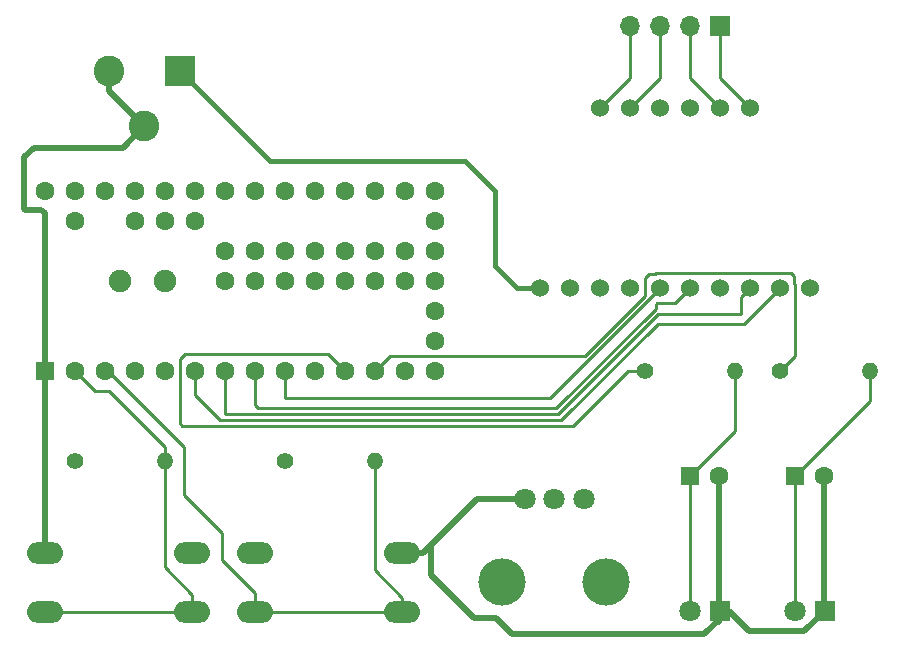
<source format=gbr>
%TF.GenerationSoftware,KiCad,Pcbnew,(5.1.6-0-10_14)*%
%TF.CreationDate,2020-06-20T16:27:27-04:00*%
%TF.ProjectId,PhylumScope_Z,5068796c-756d-4536-936f-70655f5a2e6b,rev?*%
%TF.SameCoordinates,Original*%
%TF.FileFunction,Copper,L1,Top*%
%TF.FilePolarity,Positive*%
%FSLAX46Y46*%
G04 Gerber Fmt 4.6, Leading zero omitted, Abs format (unit mm)*
G04 Created by KiCad (PCBNEW (5.1.6-0-10_14)) date 2020-06-20 16:27:27*
%MOMM*%
%LPD*%
G01*
G04 APERTURE LIST*
%TA.AperFunction,ComponentPad*%
%ADD10O,1.700000X1.700000*%
%TD*%
%TA.AperFunction,ComponentPad*%
%ADD11R,1.700000X1.700000*%
%TD*%
%TA.AperFunction,ComponentPad*%
%ADD12C,1.800000*%
%TD*%
%TA.AperFunction,WasherPad*%
%ADD13C,4.000000*%
%TD*%
%TA.AperFunction,ComponentPad*%
%ADD14C,1.524000*%
%TD*%
%TA.AperFunction,ComponentPad*%
%ADD15C,1.900000*%
%TD*%
%TA.AperFunction,ComponentPad*%
%ADD16C,1.600000*%
%TD*%
%TA.AperFunction,ComponentPad*%
%ADD17R,1.600000X1.600000*%
%TD*%
%TA.AperFunction,ComponentPad*%
%ADD18O,3.048000X1.850000*%
%TD*%
%TA.AperFunction,ComponentPad*%
%ADD19O,1.400000X1.400000*%
%TD*%
%TA.AperFunction,ComponentPad*%
%ADD20C,1.400000*%
%TD*%
%TA.AperFunction,ComponentPad*%
%ADD21R,2.600000X2.600000*%
%TD*%
%TA.AperFunction,ComponentPad*%
%ADD22C,2.600000*%
%TD*%
%TA.AperFunction,ComponentPad*%
%ADD23R,1.800000X1.800000*%
%TD*%
%TA.AperFunction,Conductor*%
%ADD24C,0.500000*%
%TD*%
%TA.AperFunction,Conductor*%
%ADD25C,0.250000*%
%TD*%
%TA.AperFunction,Conductor*%
%ADD26C,0.400000*%
%TD*%
G04 APERTURE END LIST*
D10*
%TO.P,J2,4*%
%TO.N,Net-(J2-Pad4)*%
X153670000Y-78740000D03*
%TO.P,J2,3*%
%TO.N,Net-(J2-Pad3)*%
X156210000Y-78740000D03*
%TO.P,J2,2*%
%TO.N,Net-(J2-Pad2)*%
X158750000Y-78740000D03*
D11*
%TO.P,J2,1*%
%TO.N,Net-(J2-Pad1)*%
X161290000Y-78740000D03*
%TD*%
D12*
%TO.P,RV1,3*%
%TO.N,/+3.3V*%
X149780000Y-118840000D03*
%TO.P,RV1,2*%
%TO.N,Net-(RV1-Pad2)*%
X147280000Y-118840000D03*
%TO.P,RV1,1*%
%TO.N,GND*%
X144780000Y-118840000D03*
D13*
%TO.P,RV1,*%
%TO.N,*%
X151680000Y-125840000D03*
X142880000Y-125840000D03*
%TD*%
D14*
%TO.P,U2,16*%
%TO.N,Net-(J2-Pad4)*%
X151130000Y-85725000D03*
%TO.P,U2,15*%
%TO.N,Net-(J2-Pad3)*%
X153670000Y-85725000D03*
%TO.P,U2,14*%
%TO.N,GND*%
X156210000Y-85725000D03*
%TO.P,U2,13*%
X158750000Y-85725000D03*
%TO.P,U2,12*%
%TO.N,Net-(J2-Pad2)*%
X161290000Y-85725000D03*
%TO.P,U2,11*%
%TO.N,Net-(J2-Pad1)*%
X163830000Y-85725000D03*
%TO.P,U2,10*%
%TO.N,/+3.3V*%
X168910000Y-100965000D03*
%TO.P,U2,9*%
%TO.N,Net-(U1-Pad6)*%
X166370000Y-100965000D03*
%TO.P,U2,8*%
%TO.N,Net-(U1-Pad7)*%
X163830000Y-100965000D03*
%TO.P,U2,7*%
%TO.N,Net-(U2-Pad7)*%
X161290000Y-100965000D03*
%TO.P,U2,6*%
%TO.N,Net-(U1-Pad8)*%
X158750000Y-100965000D03*
%TO.P,U2,5*%
%TO.N,Net-(U1-Pad9)*%
X156210000Y-100965000D03*
%TO.P,U2,4*%
%TO.N,/+3.3V*%
X153670000Y-100965000D03*
%TO.P,U2,3*%
%TO.N,GND*%
X151130000Y-100965000D03*
%TO.P,U2,2*%
%TO.N,/+3.3V*%
X148590000Y-100965000D03*
%TO.P,U2,1*%
%TO.N,+12V*%
X146050000Y-100965000D03*
%TD*%
D15*
%TO.P,U1,52*%
%TO.N,N/C*%
X110490000Y-100330000D03*
X114300000Y-100330000D03*
D16*
%TO.P,U1,51*%
%TO.N,Net-(U1-Pad51)*%
X119380000Y-97790000D03*
%TO.P,U1,50*%
%TO.N,Net-(U1-Pad50)*%
X121920000Y-97790000D03*
%TO.P,U1,49*%
%TO.N,Net-(U1-Pad49)*%
X124460000Y-97790000D03*
%TO.P,U1,48*%
%TO.N,Net-(U1-Pad48)*%
X127000000Y-97790000D03*
%TO.P,U1,47*%
%TO.N,Net-(U1-Pad47)*%
X129540000Y-97790000D03*
%TO.P,U1,46*%
%TO.N,Net-(U1-Pad46)*%
X132080000Y-97790000D03*
%TO.P,U1,45*%
%TO.N,Net-(U1-Pad45)*%
X134620000Y-97790000D03*
%TO.P,U1,44*%
%TO.N,Net-(U1-Pad44)*%
X134620000Y-100330000D03*
%TO.P,U1,43*%
%TO.N,Net-(U1-Pad43)*%
X132080000Y-100330000D03*
%TO.P,U1,42*%
%TO.N,Net-(U1-Pad42)*%
X129540000Y-100330000D03*
%TO.P,U1,41*%
%TO.N,Net-(U1-Pad41)*%
X127000000Y-100330000D03*
%TO.P,U1,40*%
%TO.N,Net-(U1-Pad40)*%
X124460000Y-100330000D03*
%TO.P,U1,39*%
%TO.N,Net-(U1-Pad39)*%
X121920000Y-100330000D03*
%TO.P,U1,38*%
%TO.N,Net-(U1-Pad38)*%
X119380000Y-100330000D03*
D17*
%TO.P,U1,1*%
%TO.N,GND*%
X104140000Y-107950000D03*
D16*
%TO.P,U1,2*%
%TO.N,Net-(R1-Pad2)*%
X106680000Y-107950000D03*
%TO.P,U1,3*%
%TO.N,Net-(R2-Pad2)*%
X109220000Y-107950000D03*
%TO.P,U1,4*%
%TO.N,Net-(U1-Pad4)*%
X111760000Y-107950000D03*
%TO.P,U1,5*%
%TO.N,Net-(U1-Pad5)*%
X114300000Y-107950000D03*
%TO.P,U1,6*%
%TO.N,Net-(U1-Pad6)*%
X116840000Y-107950000D03*
%TO.P,U1,7*%
%TO.N,Net-(U1-Pad7)*%
X119380000Y-107950000D03*
%TO.P,U1,8*%
%TO.N,Net-(U1-Pad8)*%
X121920000Y-107950000D03*
%TO.P,U1,9*%
%TO.N,Net-(U1-Pad9)*%
X124460000Y-107950000D03*
%TO.P,U1,10*%
%TO.N,Net-(U1-Pad10)*%
X127000000Y-107950000D03*
%TO.P,U1,11*%
%TO.N,Net-(R3-Pad1)*%
X129540000Y-107950000D03*
%TO.P,U1,12*%
%TO.N,Net-(R4-Pad1)*%
X132080000Y-107950000D03*
%TO.P,U1,13*%
%TO.N,Net-(U1-Pad13)*%
X134620000Y-107950000D03*
%TO.P,U1,37*%
%TO.N,Net-(U1-Pad37)*%
X116840000Y-95250000D03*
%TO.P,U1,36*%
%TO.N,Net-(U1-Pad36)*%
X114300000Y-95250000D03*
%TO.P,U1,35*%
%TO.N,Net-(U1-Pad35)*%
X111760000Y-95250000D03*
%TO.P,U1,34*%
%TO.N,Net-(U1-Pad34)*%
X106680000Y-95250000D03*
%TO.P,U1,33*%
%TO.N,Net-(U1-Pad33)*%
X104140000Y-92710000D03*
%TO.P,U1,32*%
%TO.N,Net-(U1-Pad32)*%
X106680000Y-92710000D03*
%TO.P,U1,31*%
%TO.N,/+3.3V*%
X109220000Y-92710000D03*
%TO.P,U1,30*%
%TO.N,Net-(U1-Pad30)*%
X111760000Y-92710000D03*
%TO.P,U1,29*%
%TO.N,Net-(U1-Pad29)*%
X114300000Y-92710000D03*
%TO.P,U1,28*%
%TO.N,Net-(U1-Pad28)*%
X116840000Y-92710000D03*
%TO.P,U1,27*%
%TO.N,Net-(U1-Pad27)*%
X119380000Y-92710000D03*
%TO.P,U1,26*%
%TO.N,Net-(U1-Pad26)*%
X121920000Y-92710000D03*
%TO.P,U1,25*%
%TO.N,Net-(U1-Pad25)*%
X124460000Y-92710000D03*
%TO.P,U1,24*%
%TO.N,Net-(U1-Pad24)*%
X127000000Y-92710000D03*
%TO.P,U1,23*%
%TO.N,Net-(U1-Pad23)*%
X129540000Y-92710000D03*
%TO.P,U1,22*%
%TO.N,Net-(U1-Pad22)*%
X132080000Y-92710000D03*
%TO.P,U1,21*%
%TO.N,Net-(RV1-Pad2)*%
X134620000Y-92710000D03*
%TO.P,U1,14*%
%TO.N,Net-(U1-Pad14)*%
X137160000Y-107950000D03*
%TO.P,U1,15*%
%TO.N,Net-(U1-Pad15)*%
X137160000Y-105410000D03*
%TO.P,U1,16*%
%TO.N,Net-(U1-Pad16)*%
X137160000Y-102870000D03*
%TO.P,U1,20*%
%TO.N,Net-(U1-Pad20)*%
X137160000Y-92710000D03*
%TO.P,U1,19*%
%TO.N,Net-(U1-Pad19)*%
X137160000Y-95250000D03*
%TO.P,U1,18*%
%TO.N,Net-(U1-Pad18)*%
X137160000Y-97790000D03*
%TO.P,U1,17*%
%TO.N,Net-(U1-Pad17)*%
X137160000Y-100330000D03*
%TD*%
D18*
%TO.P,SW_2,2*%
%TO.N,Net-(R2-Pad2)*%
X121920000Y-128400000D03*
%TO.P,SW_2,1*%
%TO.N,GND*%
X121920000Y-123400000D03*
%TO.P,SW_2,2*%
%TO.N,Net-(R2-Pad2)*%
X134420000Y-128400000D03*
%TO.P,SW_2,1*%
%TO.N,GND*%
X134420000Y-123400000D03*
%TD*%
%TO.P,SW_1,2*%
%TO.N,Net-(R1-Pad2)*%
X104140000Y-128400000D03*
%TO.P,SW_1,1*%
%TO.N,GND*%
X104140000Y-123400000D03*
%TO.P,SW_1,2*%
%TO.N,Net-(R1-Pad2)*%
X116640000Y-128400000D03*
%TO.P,SW_1,1*%
%TO.N,GND*%
X116640000Y-123400000D03*
%TD*%
D19*
%TO.P,R4,2*%
%TO.N,Net-(C2-Pad1)*%
X173990000Y-107950000D03*
D20*
%TO.P,R4,1*%
%TO.N,Net-(R4-Pad1)*%
X166370000Y-107950000D03*
%TD*%
%TO.P,R3,1*%
%TO.N,Net-(R3-Pad1)*%
X154940000Y-107950000D03*
D19*
%TO.P,R3,2*%
%TO.N,Net-(C1-Pad1)*%
X162560000Y-107950000D03*
%TD*%
%TO.P,R2,2*%
%TO.N,Net-(R2-Pad2)*%
X132080000Y-115570000D03*
D20*
%TO.P,R2,1*%
%TO.N,/+3.3V*%
X124460000Y-115570000D03*
%TD*%
D19*
%TO.P,R1,2*%
%TO.N,Net-(R1-Pad2)*%
X114300000Y-115570000D03*
D20*
%TO.P,R1,1*%
%TO.N,/+3.3V*%
X106680000Y-115570000D03*
%TD*%
D21*
%TO.P,J1,1*%
%TO.N,+12V*%
X115570000Y-82550000D03*
D22*
%TO.P,J1,2*%
%TO.N,GND*%
X109570000Y-82550000D03*
%TO.P,J1,3*%
X112570000Y-87250000D03*
%TD*%
D12*
%TO.P,D2,2*%
%TO.N,Net-(C2-Pad1)*%
X167640000Y-128270000D03*
D23*
%TO.P,D2,1*%
%TO.N,GND*%
X170180000Y-128270000D03*
%TD*%
D12*
%TO.P,D1,2*%
%TO.N,Net-(C1-Pad1)*%
X158750000Y-128270000D03*
D23*
%TO.P,D1,1*%
%TO.N,GND*%
X161290000Y-128270000D03*
%TD*%
D16*
%TO.P,C2,2*%
%TO.N,GND*%
X170140000Y-116840000D03*
D17*
%TO.P,C2,1*%
%TO.N,Net-(C2-Pad1)*%
X167640000Y-116840000D03*
%TD*%
D16*
%TO.P,C1,2*%
%TO.N,GND*%
X161250000Y-116840000D03*
D17*
%TO.P,C1,1*%
%TO.N,Net-(C1-Pad1)*%
X158750000Y-116840000D03*
%TD*%
D24*
%TO.N,GND*%
X104140000Y-123400000D02*
X104140000Y-107950000D01*
X134420000Y-123400000D02*
X136175000Y-123400000D01*
X140735000Y-118840000D02*
X144780000Y-118840000D01*
X161250000Y-116840000D02*
X161250000Y-129200000D01*
X170140000Y-128230000D02*
X170180000Y-128270000D01*
X170140000Y-116840000D02*
X170140000Y-128230000D01*
X161290000Y-128270000D02*
X162045000Y-128270000D01*
X162045000Y-128270000D02*
X163750000Y-129975000D01*
X168475000Y-129975000D02*
X170180000Y-128270000D01*
X163750000Y-129975000D02*
X168475000Y-129975000D01*
X161290000Y-128270000D02*
X161290000Y-128985000D01*
X161290000Y-128985000D02*
X160000000Y-130275000D01*
X143688998Y-130275000D02*
X142313998Y-128900000D01*
X160000000Y-130275000D02*
X143688998Y-130275000D01*
X142313998Y-128900000D02*
X140525000Y-128900000D01*
X140525000Y-128900000D02*
X136837500Y-125212500D01*
X136837500Y-125212500D02*
X136837500Y-122737500D01*
X136837500Y-122737500D02*
X140735000Y-118840000D01*
X136175000Y-123400000D02*
X136837500Y-122737500D01*
X110745000Y-89075000D02*
X112570000Y-87250000D01*
X103225000Y-89075000D02*
X110745000Y-89075000D01*
X102425000Y-89875000D02*
X103225000Y-89075000D01*
X102425000Y-94275000D02*
X102425000Y-89875000D01*
X102500000Y-94350000D02*
X102425000Y-94275000D01*
X103875000Y-94350000D02*
X102500000Y-94350000D01*
X104140000Y-94615000D02*
X103875000Y-94350000D01*
X104140000Y-107950000D02*
X104140000Y-94615000D01*
X109570000Y-84250000D02*
X109570000Y-82550000D01*
X112570000Y-87250000D02*
X109570000Y-84250000D01*
D25*
%TO.N,Net-(C1-Pad1)*%
X162560000Y-113030000D02*
X158750000Y-116840000D01*
X162560000Y-107950000D02*
X162560000Y-113030000D01*
X158750000Y-116840000D02*
X158750000Y-128270000D01*
%TO.N,Net-(C2-Pad1)*%
X173990000Y-110490000D02*
X167640000Y-116840000D01*
X173990000Y-107950000D02*
X173990000Y-110490000D01*
X167640000Y-116840000D02*
X167640000Y-128270000D01*
D26*
%TO.N,+12V*%
X146050000Y-100965000D02*
X144145000Y-100965000D01*
X144145000Y-100965000D02*
X142240000Y-99060000D01*
X142240000Y-99060000D02*
X142240000Y-92710000D01*
X142240000Y-92710000D02*
X139700000Y-90170000D01*
X123190000Y-90170000D02*
X115570000Y-82550000D01*
X139700000Y-90170000D02*
X123190000Y-90170000D01*
D25*
%TO.N,Net-(J2-Pad2)*%
X158750000Y-83185000D02*
X161290000Y-85725000D01*
X158750000Y-78740000D02*
X158750000Y-83185000D01*
%TO.N,Net-(J2-Pad1)*%
X161290000Y-83185000D02*
X163830000Y-85725000D01*
X161290000Y-78740000D02*
X161290000Y-83185000D01*
%TO.N,Net-(R1-Pad2)*%
X116640000Y-128400000D02*
X104140000Y-128400000D01*
X116640000Y-128400000D02*
X116640000Y-126927000D01*
X114300000Y-124587000D02*
X114300000Y-115570000D01*
X116640000Y-126927000D02*
X114300000Y-124587000D01*
X114300000Y-115570000D02*
X114300000Y-114375000D01*
X114300000Y-114375000D02*
X109600000Y-109675000D01*
X108405000Y-109675000D02*
X106680000Y-107950000D01*
X109600000Y-109675000D02*
X108405000Y-109675000D01*
%TO.N,Net-(R2-Pad2)*%
X134420000Y-128400000D02*
X121920000Y-128400000D01*
X109474000Y-107950000D02*
X109220000Y-107950000D01*
X115951000Y-114427000D02*
X109474000Y-107950000D01*
X119126000Y-123952000D02*
X119126000Y-121666000D01*
X121920000Y-126746000D02*
X119126000Y-123952000D01*
X115951000Y-118491000D02*
X115951000Y-114427000D01*
X119126000Y-121666000D02*
X115951000Y-118491000D01*
X121920000Y-128400000D02*
X121920000Y-126746000D01*
X134420000Y-128400000D02*
X134420000Y-127181000D01*
X134420000Y-127181000D02*
X132080000Y-124841000D01*
X132080000Y-124841000D02*
X132080000Y-115570000D01*
%TO.N,Net-(R3-Pad1)*%
X128090000Y-106500000D02*
X129540000Y-107950000D01*
X115575000Y-106925000D02*
X116000000Y-106500000D01*
X115575000Y-112375000D02*
X115575000Y-106925000D01*
X153500000Y-107950000D02*
X148849990Y-112600010D01*
X115800010Y-112600010D02*
X115575000Y-112375000D01*
X116000000Y-106500000D02*
X128090000Y-106500000D01*
X148849990Y-112600010D02*
X115800010Y-112600010D01*
X154940000Y-107950000D02*
X153500000Y-107950000D01*
%TO.N,Net-(R4-Pad1)*%
X166370000Y-107950000D02*
X167650000Y-106670000D01*
X167650000Y-100636238D02*
X167575000Y-100561238D01*
X167650000Y-106670000D02*
X167650000Y-100636238D01*
X167575000Y-100561238D02*
X167575000Y-99950000D01*
X167575000Y-99950000D02*
X167325000Y-99700000D01*
X155866238Y-99700000D02*
X155791238Y-99775000D01*
X167325000Y-99700000D02*
X155866238Y-99700000D01*
X155791238Y-99775000D02*
X155300000Y-99775000D01*
X154950000Y-100125000D02*
X154950000Y-101588590D01*
X155300000Y-99775000D02*
X154950000Y-100125000D01*
X154950000Y-101588590D02*
X149863590Y-106675000D01*
X133355000Y-106675000D02*
X132080000Y-107950000D01*
X149863590Y-106675000D02*
X133355000Y-106675000D01*
%TO.N,Net-(U1-Pad6)*%
X119000000Y-112150000D02*
X116840000Y-109990000D01*
X156037000Y-104013000D02*
X147900000Y-112150000D01*
X116840000Y-109990000D02*
X116840000Y-107950000D01*
X147900000Y-112150000D02*
X119000000Y-112150000D01*
X163322000Y-104013000D02*
X156037000Y-104013000D01*
X166370000Y-100965000D02*
X163322000Y-104013000D01*
%TO.N,Net-(U1-Pad7)*%
X163068001Y-101726999D02*
X163830000Y-100965000D01*
X163068000Y-103124000D02*
X163068001Y-101726999D01*
X156083000Y-103124000D02*
X163068000Y-103124000D01*
X119380000Y-111633000D02*
X147574000Y-111633000D01*
X119380000Y-107950000D02*
X119380000Y-111633000D01*
X147574000Y-111633000D02*
X156083000Y-103124000D01*
%TO.N,Net-(U1-Pad8)*%
X155896600Y-102294400D02*
X155956000Y-102235000D01*
X122174000Y-111125000D02*
X147445590Y-111125000D01*
X155896600Y-102673990D02*
X155896600Y-102294400D01*
X157480000Y-102235000D02*
X158750000Y-100965000D01*
X147445590Y-111125000D02*
X155896600Y-102673990D01*
X121920000Y-110871000D02*
X122174000Y-111125000D01*
X155956000Y-102235000D02*
X157480000Y-102235000D01*
X121920000Y-107950000D02*
X121920000Y-110871000D01*
%TO.N,Net-(U1-Pad9)*%
X150495000Y-106680000D02*
X156210000Y-100965000D01*
X124460000Y-107950000D02*
X124460000Y-110236000D01*
X124460000Y-110236000D02*
X146939000Y-110236000D01*
X146939000Y-110236000D02*
X150495000Y-106680000D01*
%TO.N,Net-(J2-Pad4)*%
X153670000Y-83185000D02*
X151130000Y-85725000D01*
X153670000Y-78740000D02*
X153670000Y-83185000D01*
%TO.N,Net-(J2-Pad3)*%
X156210000Y-83185000D02*
X153670000Y-85725000D01*
X156210000Y-78740000D02*
X156210000Y-83185000D01*
%TD*%
M02*

</source>
